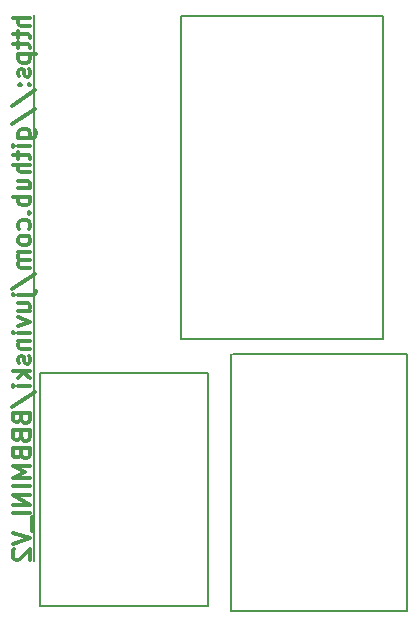
<source format=gbo>
G04 #@! TF.GenerationSoftware,KiCad,Pcbnew,(5.1.12)-1*
G04 #@! TF.CreationDate,2022-05-09T10:01:21-03:00*
G04 #@! TF.ProjectId,BBBMINI_PCB_V2,4242424d-494e-4495-9f50-43425f56322e,rev?*
G04 #@! TF.SameCoordinates,Original*
G04 #@! TF.FileFunction,Legend,Bot*
G04 #@! TF.FilePolarity,Positive*
%FSLAX46Y46*%
G04 Gerber Fmt 4.6, Leading zero omitted, Abs format (unit mm)*
G04 Created by KiCad (PCBNEW (5.1.12)-1) date 2022-05-09 10:01:21*
%MOMM*%
%LPD*%
G01*
G04 APERTURE LIST*
%ADD10C,0.200000*%
%ADD11C,0.150000*%
%ADD12C,0.300000*%
G04 APERTURE END LIST*
D10*
X152790100Y-95623400D02*
X135645100Y-95623400D01*
X152790100Y-68318400D02*
X135645100Y-68318400D01*
X152790100Y-95623400D02*
X152790100Y-68318400D01*
X135645100Y-68318400D02*
X135645100Y-95623400D01*
D11*
X123228100Y-68224400D02*
X123228100Y-114452400D01*
D12*
X122890671Y-68445542D02*
X121390671Y-68445542D01*
X122890671Y-69088400D02*
X122104957Y-69088400D01*
X121962100Y-69016971D01*
X121890671Y-68874114D01*
X121890671Y-68659828D01*
X121962100Y-68516971D01*
X122033528Y-68445542D01*
X121890671Y-69588400D02*
X121890671Y-70159828D01*
X121390671Y-69802685D02*
X122676385Y-69802685D01*
X122819242Y-69874114D01*
X122890671Y-70016971D01*
X122890671Y-70159828D01*
X121890671Y-70445542D02*
X121890671Y-71016971D01*
X121390671Y-70659828D02*
X122676385Y-70659828D01*
X122819242Y-70731257D01*
X122890671Y-70874114D01*
X122890671Y-71016971D01*
X121890671Y-71516971D02*
X123390671Y-71516971D01*
X121962100Y-71516971D02*
X121890671Y-71659828D01*
X121890671Y-71945542D01*
X121962100Y-72088400D01*
X122033528Y-72159828D01*
X122176385Y-72231257D01*
X122604957Y-72231257D01*
X122747814Y-72159828D01*
X122819242Y-72088400D01*
X122890671Y-71945542D01*
X122890671Y-71659828D01*
X122819242Y-71516971D01*
X122819242Y-72802685D02*
X122890671Y-72945542D01*
X122890671Y-73231257D01*
X122819242Y-73374114D01*
X122676385Y-73445542D01*
X122604957Y-73445542D01*
X122462100Y-73374114D01*
X122390671Y-73231257D01*
X122390671Y-73016971D01*
X122319242Y-72874114D01*
X122176385Y-72802685D01*
X122104957Y-72802685D01*
X121962100Y-72874114D01*
X121890671Y-73016971D01*
X121890671Y-73231257D01*
X121962100Y-73374114D01*
X122747814Y-74088400D02*
X122819242Y-74159828D01*
X122890671Y-74088400D01*
X122819242Y-74016971D01*
X122747814Y-74088400D01*
X122890671Y-74088400D01*
X121962100Y-74088400D02*
X122033528Y-74159828D01*
X122104957Y-74088400D01*
X122033528Y-74016971D01*
X121962100Y-74088400D01*
X122104957Y-74088400D01*
X121319242Y-75874114D02*
X123247814Y-74588400D01*
X121319242Y-77445542D02*
X123247814Y-76159828D01*
X121890671Y-78588400D02*
X123104957Y-78588400D01*
X123247814Y-78516971D01*
X123319242Y-78445542D01*
X123390671Y-78302685D01*
X123390671Y-78088400D01*
X123319242Y-77945542D01*
X122819242Y-78588400D02*
X122890671Y-78445542D01*
X122890671Y-78159828D01*
X122819242Y-78016971D01*
X122747814Y-77945542D01*
X122604957Y-77874114D01*
X122176385Y-77874114D01*
X122033528Y-77945542D01*
X121962100Y-78016971D01*
X121890671Y-78159828D01*
X121890671Y-78445542D01*
X121962100Y-78588400D01*
X122890671Y-79302685D02*
X121890671Y-79302685D01*
X121390671Y-79302685D02*
X121462100Y-79231257D01*
X121533528Y-79302685D01*
X121462100Y-79374114D01*
X121390671Y-79302685D01*
X121533528Y-79302685D01*
X121890671Y-79802685D02*
X121890671Y-80374114D01*
X121390671Y-80016971D02*
X122676385Y-80016971D01*
X122819242Y-80088400D01*
X122890671Y-80231257D01*
X122890671Y-80374114D01*
X122890671Y-80874114D02*
X121390671Y-80874114D01*
X122890671Y-81516971D02*
X122104957Y-81516971D01*
X121962100Y-81445542D01*
X121890671Y-81302685D01*
X121890671Y-81088400D01*
X121962100Y-80945542D01*
X122033528Y-80874114D01*
X121890671Y-82874114D02*
X122890671Y-82874114D01*
X121890671Y-82231257D02*
X122676385Y-82231257D01*
X122819242Y-82302685D01*
X122890671Y-82445542D01*
X122890671Y-82659828D01*
X122819242Y-82802685D01*
X122747814Y-82874114D01*
X122890671Y-83588400D02*
X121390671Y-83588400D01*
X121962100Y-83588400D02*
X121890671Y-83731257D01*
X121890671Y-84016971D01*
X121962100Y-84159828D01*
X122033528Y-84231257D01*
X122176385Y-84302685D01*
X122604957Y-84302685D01*
X122747814Y-84231257D01*
X122819242Y-84159828D01*
X122890671Y-84016971D01*
X122890671Y-83731257D01*
X122819242Y-83588400D01*
X122747814Y-84945542D02*
X122819242Y-85016971D01*
X122890671Y-84945542D01*
X122819242Y-84874114D01*
X122747814Y-84945542D01*
X122890671Y-84945542D01*
X122819242Y-86302685D02*
X122890671Y-86159828D01*
X122890671Y-85874114D01*
X122819242Y-85731257D01*
X122747814Y-85659828D01*
X122604957Y-85588400D01*
X122176385Y-85588400D01*
X122033528Y-85659828D01*
X121962100Y-85731257D01*
X121890671Y-85874114D01*
X121890671Y-86159828D01*
X121962100Y-86302685D01*
X122890671Y-87159828D02*
X122819242Y-87016971D01*
X122747814Y-86945542D01*
X122604957Y-86874114D01*
X122176385Y-86874114D01*
X122033528Y-86945542D01*
X121962100Y-87016971D01*
X121890671Y-87159828D01*
X121890671Y-87374114D01*
X121962100Y-87516971D01*
X122033528Y-87588400D01*
X122176385Y-87659828D01*
X122604957Y-87659828D01*
X122747814Y-87588400D01*
X122819242Y-87516971D01*
X122890671Y-87374114D01*
X122890671Y-87159828D01*
X122890671Y-88302685D02*
X121890671Y-88302685D01*
X122033528Y-88302685D02*
X121962100Y-88374114D01*
X121890671Y-88516971D01*
X121890671Y-88731257D01*
X121962100Y-88874114D01*
X122104957Y-88945542D01*
X122890671Y-88945542D01*
X122104957Y-88945542D02*
X121962100Y-89016971D01*
X121890671Y-89159828D01*
X121890671Y-89374114D01*
X121962100Y-89516971D01*
X122104957Y-89588400D01*
X122890671Y-89588400D01*
X121319242Y-91374114D02*
X123247814Y-90088400D01*
X121890671Y-91874114D02*
X123176385Y-91874114D01*
X123319242Y-91802685D01*
X123390671Y-91659828D01*
X123390671Y-91588400D01*
X121390671Y-91874114D02*
X121462100Y-91802685D01*
X121533528Y-91874114D01*
X121462100Y-91945542D01*
X121390671Y-91874114D01*
X121533528Y-91874114D01*
X121890671Y-93231257D02*
X122890671Y-93231257D01*
X121890671Y-92588400D02*
X122676385Y-92588400D01*
X122819242Y-92659828D01*
X122890671Y-92802685D01*
X122890671Y-93016971D01*
X122819242Y-93159828D01*
X122747814Y-93231257D01*
X121890671Y-93802685D02*
X122890671Y-94159828D01*
X121890671Y-94516971D01*
X122890671Y-95088400D02*
X121890671Y-95088400D01*
X121390671Y-95088400D02*
X121462100Y-95016971D01*
X121533528Y-95088400D01*
X121462100Y-95159828D01*
X121390671Y-95088400D01*
X121533528Y-95088400D01*
X121890671Y-95802685D02*
X122890671Y-95802685D01*
X122033528Y-95802685D02*
X121962100Y-95874114D01*
X121890671Y-96016971D01*
X121890671Y-96231257D01*
X121962100Y-96374114D01*
X122104957Y-96445542D01*
X122890671Y-96445542D01*
X122819242Y-97088400D02*
X122890671Y-97231257D01*
X122890671Y-97516971D01*
X122819242Y-97659828D01*
X122676385Y-97731257D01*
X122604957Y-97731257D01*
X122462100Y-97659828D01*
X122390671Y-97516971D01*
X122390671Y-97302685D01*
X122319242Y-97159828D01*
X122176385Y-97088400D01*
X122104957Y-97088400D01*
X121962100Y-97159828D01*
X121890671Y-97302685D01*
X121890671Y-97516971D01*
X121962100Y-97659828D01*
X122890671Y-98374114D02*
X121390671Y-98374114D01*
X122319242Y-98516971D02*
X122890671Y-98945542D01*
X121890671Y-98945542D02*
X122462100Y-98374114D01*
X122890671Y-99588400D02*
X121890671Y-99588400D01*
X121390671Y-99588400D02*
X121462100Y-99516971D01*
X121533528Y-99588400D01*
X121462100Y-99659828D01*
X121390671Y-99588400D01*
X121533528Y-99588400D01*
X121319242Y-101374114D02*
X123247814Y-100088400D01*
X122104957Y-102374114D02*
X122176385Y-102588400D01*
X122247814Y-102659828D01*
X122390671Y-102731257D01*
X122604957Y-102731257D01*
X122747814Y-102659828D01*
X122819242Y-102588400D01*
X122890671Y-102445542D01*
X122890671Y-101874114D01*
X121390671Y-101874114D01*
X121390671Y-102374114D01*
X121462100Y-102516971D01*
X121533528Y-102588400D01*
X121676385Y-102659828D01*
X121819242Y-102659828D01*
X121962100Y-102588400D01*
X122033528Y-102516971D01*
X122104957Y-102374114D01*
X122104957Y-101874114D01*
X122104957Y-103874114D02*
X122176385Y-104088400D01*
X122247814Y-104159828D01*
X122390671Y-104231257D01*
X122604957Y-104231257D01*
X122747814Y-104159828D01*
X122819242Y-104088400D01*
X122890671Y-103945542D01*
X122890671Y-103374114D01*
X121390671Y-103374114D01*
X121390671Y-103874114D01*
X121462100Y-104016971D01*
X121533528Y-104088400D01*
X121676385Y-104159828D01*
X121819242Y-104159828D01*
X121962100Y-104088400D01*
X122033528Y-104016971D01*
X122104957Y-103874114D01*
X122104957Y-103374114D01*
X122104957Y-105374114D02*
X122176385Y-105588400D01*
X122247814Y-105659828D01*
X122390671Y-105731257D01*
X122604957Y-105731257D01*
X122747814Y-105659828D01*
X122819242Y-105588400D01*
X122890671Y-105445542D01*
X122890671Y-104874114D01*
X121390671Y-104874114D01*
X121390671Y-105374114D01*
X121462100Y-105516971D01*
X121533528Y-105588400D01*
X121676385Y-105659828D01*
X121819242Y-105659828D01*
X121962100Y-105588400D01*
X122033528Y-105516971D01*
X122104957Y-105374114D01*
X122104957Y-104874114D01*
X122890671Y-106374114D02*
X121390671Y-106374114D01*
X122462100Y-106874114D01*
X121390671Y-107374114D01*
X122890671Y-107374114D01*
X122890671Y-108088400D02*
X121390671Y-108088400D01*
X122890671Y-108802685D02*
X121390671Y-108802685D01*
X122890671Y-109659828D01*
X121390671Y-109659828D01*
X122890671Y-110374114D02*
X121390671Y-110374114D01*
X123033528Y-110731257D02*
X123033528Y-111874114D01*
X121390671Y-112016971D02*
X122890671Y-112516971D01*
X121390671Y-113016971D01*
X121533528Y-113445542D02*
X121462100Y-113516971D01*
X121390671Y-113659828D01*
X121390671Y-114016971D01*
X121462100Y-114159828D01*
X121533528Y-114231257D01*
X121676385Y-114302685D01*
X121819242Y-114302685D01*
X122033528Y-114231257D01*
X122890671Y-113374114D01*
X122890671Y-114302685D01*
D11*
X139890100Y-118672400D02*
X139850100Y-96882400D01*
X154770100Y-118662400D02*
X139890100Y-118672400D01*
X154770100Y-96882400D02*
X154770100Y-118662400D01*
X140080100Y-96882400D02*
X154770100Y-96882400D01*
D10*
X123725100Y-118223400D02*
X137949100Y-118223400D01*
X137949100Y-118223400D02*
X137949100Y-98538400D01*
X123725100Y-98538400D02*
X123725100Y-118223400D01*
X137949100Y-98538400D02*
X123725100Y-98538400D01*
M02*

</source>
